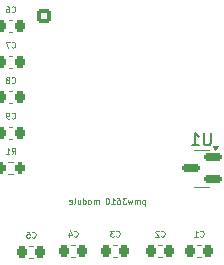
<source format=gbr>
%TF.GenerationSoftware,KiCad,Pcbnew,9.0.4*%
%TF.CreationDate,2025-09-11T01:00:25+02:00*%
%TF.ProjectId,pmw3610_xxs,706d7733-3631-4305-9f78-78732e6b6963,rev?*%
%TF.SameCoordinates,Original*%
%TF.FileFunction,Legend,Bot*%
%TF.FilePolarity,Positive*%
%FSLAX46Y46*%
G04 Gerber Fmt 4.6, Leading zero omitted, Abs format (unit mm)*
G04 Created by KiCad (PCBNEW 9.0.4) date 2025-09-11 01:00:25*
%MOMM*%
%LPD*%
G01*
G04 APERTURE LIST*
G04 Aperture macros list*
%AMRoundRect*
0 Rectangle with rounded corners*
0 $1 Rounding radius*
0 $2 $3 $4 $5 $6 $7 $8 $9 X,Y pos of 4 corners*
0 Add a 4 corners polygon primitive as box body*
4,1,4,$2,$3,$4,$5,$6,$7,$8,$9,$2,$3,0*
0 Add four circle primitives for the rounded corners*
1,1,$1+$1,$2,$3*
1,1,$1+$1,$4,$5*
1,1,$1+$1,$6,$7*
1,1,$1+$1,$8,$9*
0 Add four rect primitives between the rounded corners*
20,1,$1+$1,$2,$3,$4,$5,0*
20,1,$1+$1,$4,$5,$6,$7,0*
20,1,$1+$1,$6,$7,$8,$9,0*
20,1,$1+$1,$8,$9,$2,$3,0*%
G04 Aperture macros list end*
%ADD10C,0.100000*%
%ADD11C,0.062500*%
%ADD12C,0.150000*%
%ADD13C,0.120000*%
%ADD14RoundRect,0.187500X-0.437500X0.437500X-0.437500X-0.437500X0.437500X-0.437500X0.437500X0.437500X0*%
%ADD15O,1.250000X1.250000*%
%ADD16RoundRect,0.225000X0.225000X0.250000X-0.225000X0.250000X-0.225000X-0.250000X0.225000X-0.250000X0*%
%ADD17RoundRect,0.150000X0.587500X0.150000X-0.587500X0.150000X-0.587500X-0.150000X0.587500X-0.150000X0*%
%ADD18RoundRect,0.200000X0.200000X0.275000X-0.200000X0.275000X-0.200000X-0.275000X0.200000X-0.275000X0*%
G04 APERTURE END LIST*
D10*
X139202380Y-96700276D02*
X139202380Y-97200276D01*
X139202380Y-96724085D02*
X139154761Y-96700276D01*
X139154761Y-96700276D02*
X139059523Y-96700276D01*
X139059523Y-96700276D02*
X139011904Y-96724085D01*
X139011904Y-96724085D02*
X138988094Y-96747895D01*
X138988094Y-96747895D02*
X138964285Y-96795514D01*
X138964285Y-96795514D02*
X138964285Y-96938371D01*
X138964285Y-96938371D02*
X138988094Y-96985990D01*
X138988094Y-96985990D02*
X139011904Y-97009800D01*
X139011904Y-97009800D02*
X139059523Y-97033609D01*
X139059523Y-97033609D02*
X139154761Y-97033609D01*
X139154761Y-97033609D02*
X139202380Y-97009800D01*
X138749999Y-97033609D02*
X138749999Y-96700276D01*
X138749999Y-96747895D02*
X138726189Y-96724085D01*
X138726189Y-96724085D02*
X138678570Y-96700276D01*
X138678570Y-96700276D02*
X138607142Y-96700276D01*
X138607142Y-96700276D02*
X138559523Y-96724085D01*
X138559523Y-96724085D02*
X138535713Y-96771704D01*
X138535713Y-96771704D02*
X138535713Y-97033609D01*
X138535713Y-96771704D02*
X138511904Y-96724085D01*
X138511904Y-96724085D02*
X138464285Y-96700276D01*
X138464285Y-96700276D02*
X138392856Y-96700276D01*
X138392856Y-96700276D02*
X138345237Y-96724085D01*
X138345237Y-96724085D02*
X138321427Y-96771704D01*
X138321427Y-96771704D02*
X138321427Y-97033609D01*
X138130951Y-96700276D02*
X138035713Y-97033609D01*
X138035713Y-97033609D02*
X137940475Y-96795514D01*
X137940475Y-96795514D02*
X137845237Y-97033609D01*
X137845237Y-97033609D02*
X137749999Y-96700276D01*
X137607141Y-96533609D02*
X137297617Y-96533609D01*
X137297617Y-96533609D02*
X137464284Y-96724085D01*
X137464284Y-96724085D02*
X137392855Y-96724085D01*
X137392855Y-96724085D02*
X137345236Y-96747895D01*
X137345236Y-96747895D02*
X137321427Y-96771704D01*
X137321427Y-96771704D02*
X137297617Y-96819323D01*
X137297617Y-96819323D02*
X137297617Y-96938371D01*
X137297617Y-96938371D02*
X137321427Y-96985990D01*
X137321427Y-96985990D02*
X137345236Y-97009800D01*
X137345236Y-97009800D02*
X137392855Y-97033609D01*
X137392855Y-97033609D02*
X137535712Y-97033609D01*
X137535712Y-97033609D02*
X137583331Y-97009800D01*
X137583331Y-97009800D02*
X137607141Y-96985990D01*
X136869046Y-96533609D02*
X136964284Y-96533609D01*
X136964284Y-96533609D02*
X137011903Y-96557419D01*
X137011903Y-96557419D02*
X137035713Y-96581228D01*
X137035713Y-96581228D02*
X137083332Y-96652657D01*
X137083332Y-96652657D02*
X137107141Y-96747895D01*
X137107141Y-96747895D02*
X137107141Y-96938371D01*
X137107141Y-96938371D02*
X137083332Y-96985990D01*
X137083332Y-96985990D02*
X137059522Y-97009800D01*
X137059522Y-97009800D02*
X137011903Y-97033609D01*
X137011903Y-97033609D02*
X136916665Y-97033609D01*
X136916665Y-97033609D02*
X136869046Y-97009800D01*
X136869046Y-97009800D02*
X136845237Y-96985990D01*
X136845237Y-96985990D02*
X136821427Y-96938371D01*
X136821427Y-96938371D02*
X136821427Y-96819323D01*
X136821427Y-96819323D02*
X136845237Y-96771704D01*
X136845237Y-96771704D02*
X136869046Y-96747895D01*
X136869046Y-96747895D02*
X136916665Y-96724085D01*
X136916665Y-96724085D02*
X137011903Y-96724085D01*
X137011903Y-96724085D02*
X137059522Y-96747895D01*
X137059522Y-96747895D02*
X137083332Y-96771704D01*
X137083332Y-96771704D02*
X137107141Y-96819323D01*
X136345237Y-97033609D02*
X136630951Y-97033609D01*
X136488094Y-97033609D02*
X136488094Y-96533609D01*
X136488094Y-96533609D02*
X136535713Y-96605038D01*
X136535713Y-96605038D02*
X136583332Y-96652657D01*
X136583332Y-96652657D02*
X136630951Y-96676466D01*
X136035714Y-96533609D02*
X135988095Y-96533609D01*
X135988095Y-96533609D02*
X135940476Y-96557419D01*
X135940476Y-96557419D02*
X135916666Y-96581228D01*
X135916666Y-96581228D02*
X135892857Y-96628847D01*
X135892857Y-96628847D02*
X135869047Y-96724085D01*
X135869047Y-96724085D02*
X135869047Y-96843133D01*
X135869047Y-96843133D02*
X135892857Y-96938371D01*
X135892857Y-96938371D02*
X135916666Y-96985990D01*
X135916666Y-96985990D02*
X135940476Y-97009800D01*
X135940476Y-97009800D02*
X135988095Y-97033609D01*
X135988095Y-97033609D02*
X136035714Y-97033609D01*
X136035714Y-97033609D02*
X136083333Y-97009800D01*
X136083333Y-97009800D02*
X136107142Y-96985990D01*
X136107142Y-96985990D02*
X136130952Y-96938371D01*
X136130952Y-96938371D02*
X136154761Y-96843133D01*
X136154761Y-96843133D02*
X136154761Y-96724085D01*
X136154761Y-96724085D02*
X136130952Y-96628847D01*
X136130952Y-96628847D02*
X136107142Y-96581228D01*
X136107142Y-96581228D02*
X136083333Y-96557419D01*
X136083333Y-96557419D02*
X136035714Y-96533609D01*
X135273810Y-97033609D02*
X135273810Y-96700276D01*
X135273810Y-96747895D02*
X135250000Y-96724085D01*
X135250000Y-96724085D02*
X135202381Y-96700276D01*
X135202381Y-96700276D02*
X135130953Y-96700276D01*
X135130953Y-96700276D02*
X135083334Y-96724085D01*
X135083334Y-96724085D02*
X135059524Y-96771704D01*
X135059524Y-96771704D02*
X135059524Y-97033609D01*
X135059524Y-96771704D02*
X135035715Y-96724085D01*
X135035715Y-96724085D02*
X134988096Y-96700276D01*
X134988096Y-96700276D02*
X134916667Y-96700276D01*
X134916667Y-96700276D02*
X134869048Y-96724085D01*
X134869048Y-96724085D02*
X134845238Y-96771704D01*
X134845238Y-96771704D02*
X134845238Y-97033609D01*
X134535714Y-97033609D02*
X134583333Y-97009800D01*
X134583333Y-97009800D02*
X134607143Y-96985990D01*
X134607143Y-96985990D02*
X134630952Y-96938371D01*
X134630952Y-96938371D02*
X134630952Y-96795514D01*
X134630952Y-96795514D02*
X134607143Y-96747895D01*
X134607143Y-96747895D02*
X134583333Y-96724085D01*
X134583333Y-96724085D02*
X134535714Y-96700276D01*
X134535714Y-96700276D02*
X134464286Y-96700276D01*
X134464286Y-96700276D02*
X134416667Y-96724085D01*
X134416667Y-96724085D02*
X134392857Y-96747895D01*
X134392857Y-96747895D02*
X134369048Y-96795514D01*
X134369048Y-96795514D02*
X134369048Y-96938371D01*
X134369048Y-96938371D02*
X134392857Y-96985990D01*
X134392857Y-96985990D02*
X134416667Y-97009800D01*
X134416667Y-97009800D02*
X134464286Y-97033609D01*
X134464286Y-97033609D02*
X134535714Y-97033609D01*
X133940476Y-97033609D02*
X133940476Y-96533609D01*
X133940476Y-97009800D02*
X133988095Y-97033609D01*
X133988095Y-97033609D02*
X134083333Y-97033609D01*
X134083333Y-97033609D02*
X134130952Y-97009800D01*
X134130952Y-97009800D02*
X134154762Y-96985990D01*
X134154762Y-96985990D02*
X134178571Y-96938371D01*
X134178571Y-96938371D02*
X134178571Y-96795514D01*
X134178571Y-96795514D02*
X134154762Y-96747895D01*
X134154762Y-96747895D02*
X134130952Y-96724085D01*
X134130952Y-96724085D02*
X134083333Y-96700276D01*
X134083333Y-96700276D02*
X133988095Y-96700276D01*
X133988095Y-96700276D02*
X133940476Y-96724085D01*
X133488095Y-96700276D02*
X133488095Y-97033609D01*
X133702381Y-96700276D02*
X133702381Y-96962180D01*
X133702381Y-96962180D02*
X133678571Y-97009800D01*
X133678571Y-97009800D02*
X133630952Y-97033609D01*
X133630952Y-97033609D02*
X133559524Y-97033609D01*
X133559524Y-97033609D02*
X133511905Y-97009800D01*
X133511905Y-97009800D02*
X133488095Y-96985990D01*
X133178571Y-97033609D02*
X133226190Y-97009800D01*
X133226190Y-97009800D02*
X133250000Y-96962180D01*
X133250000Y-96962180D02*
X133250000Y-96533609D01*
X132797619Y-97009800D02*
X132845238Y-97033609D01*
X132845238Y-97033609D02*
X132940476Y-97033609D01*
X132940476Y-97033609D02*
X132988095Y-97009800D01*
X132988095Y-97009800D02*
X133011904Y-96962180D01*
X133011904Y-96962180D02*
X133011904Y-96771704D01*
X133011904Y-96771704D02*
X132988095Y-96724085D01*
X132988095Y-96724085D02*
X132940476Y-96700276D01*
X132940476Y-96700276D02*
X132845238Y-96700276D01*
X132845238Y-96700276D02*
X132797619Y-96724085D01*
X132797619Y-96724085D02*
X132773809Y-96771704D01*
X132773809Y-96771704D02*
X132773809Y-96819323D01*
X132773809Y-96819323D02*
X133011904Y-96866942D01*
D11*
X140545333Y-99750440D02*
X140569142Y-99774250D01*
X140569142Y-99774250D02*
X140640571Y-99798059D01*
X140640571Y-99798059D02*
X140688190Y-99798059D01*
X140688190Y-99798059D02*
X140759618Y-99774250D01*
X140759618Y-99774250D02*
X140807237Y-99726630D01*
X140807237Y-99726630D02*
X140831047Y-99679011D01*
X140831047Y-99679011D02*
X140854856Y-99583773D01*
X140854856Y-99583773D02*
X140854856Y-99512345D01*
X140854856Y-99512345D02*
X140831047Y-99417107D01*
X140831047Y-99417107D02*
X140807237Y-99369488D01*
X140807237Y-99369488D02*
X140759618Y-99321869D01*
X140759618Y-99321869D02*
X140688190Y-99298059D01*
X140688190Y-99298059D02*
X140640571Y-99298059D01*
X140640571Y-99298059D02*
X140569142Y-99321869D01*
X140569142Y-99321869D02*
X140545333Y-99345678D01*
X140354856Y-99345678D02*
X140331047Y-99321869D01*
X140331047Y-99321869D02*
X140283428Y-99298059D01*
X140283428Y-99298059D02*
X140164380Y-99298059D01*
X140164380Y-99298059D02*
X140116761Y-99321869D01*
X140116761Y-99321869D02*
X140092952Y-99345678D01*
X140092952Y-99345678D02*
X140069142Y-99393297D01*
X140069142Y-99393297D02*
X140069142Y-99440916D01*
X140069142Y-99440916D02*
X140092952Y-99512345D01*
X140092952Y-99512345D02*
X140378666Y-99798059D01*
X140378666Y-99798059D02*
X140069142Y-99798059D01*
X127908333Y-83750440D02*
X127932142Y-83774250D01*
X127932142Y-83774250D02*
X128003571Y-83798059D01*
X128003571Y-83798059D02*
X128051190Y-83798059D01*
X128051190Y-83798059D02*
X128122618Y-83774250D01*
X128122618Y-83774250D02*
X128170237Y-83726630D01*
X128170237Y-83726630D02*
X128194047Y-83679011D01*
X128194047Y-83679011D02*
X128217856Y-83583773D01*
X128217856Y-83583773D02*
X128217856Y-83512345D01*
X128217856Y-83512345D02*
X128194047Y-83417107D01*
X128194047Y-83417107D02*
X128170237Y-83369488D01*
X128170237Y-83369488D02*
X128122618Y-83321869D01*
X128122618Y-83321869D02*
X128051190Y-83298059D01*
X128051190Y-83298059D02*
X128003571Y-83298059D01*
X128003571Y-83298059D02*
X127932142Y-83321869D01*
X127932142Y-83321869D02*
X127908333Y-83345678D01*
X127741666Y-83298059D02*
X127408333Y-83298059D01*
X127408333Y-83298059D02*
X127622618Y-83798059D01*
X129623333Y-99842440D02*
X129647142Y-99866250D01*
X129647142Y-99866250D02*
X129718571Y-99890059D01*
X129718571Y-99890059D02*
X129766190Y-99890059D01*
X129766190Y-99890059D02*
X129837618Y-99866250D01*
X129837618Y-99866250D02*
X129885237Y-99818630D01*
X129885237Y-99818630D02*
X129909047Y-99771011D01*
X129909047Y-99771011D02*
X129932856Y-99675773D01*
X129932856Y-99675773D02*
X129932856Y-99604345D01*
X129932856Y-99604345D02*
X129909047Y-99509107D01*
X129909047Y-99509107D02*
X129885237Y-99461488D01*
X129885237Y-99461488D02*
X129837618Y-99413869D01*
X129837618Y-99413869D02*
X129766190Y-99390059D01*
X129766190Y-99390059D02*
X129718571Y-99390059D01*
X129718571Y-99390059D02*
X129647142Y-99413869D01*
X129647142Y-99413869D02*
X129623333Y-99437678D01*
X129170952Y-99390059D02*
X129409047Y-99390059D01*
X129409047Y-99390059D02*
X129432856Y-99628154D01*
X129432856Y-99628154D02*
X129409047Y-99604345D01*
X129409047Y-99604345D02*
X129361428Y-99580535D01*
X129361428Y-99580535D02*
X129242380Y-99580535D01*
X129242380Y-99580535D02*
X129194761Y-99604345D01*
X129194761Y-99604345D02*
X129170952Y-99628154D01*
X129170952Y-99628154D02*
X129147142Y-99675773D01*
X129147142Y-99675773D02*
X129147142Y-99794821D01*
X129147142Y-99794821D02*
X129170952Y-99842440D01*
X129170952Y-99842440D02*
X129194761Y-99866250D01*
X129194761Y-99866250D02*
X129242380Y-99890059D01*
X129242380Y-99890059D02*
X129361428Y-99890059D01*
X129361428Y-99890059D02*
X129409047Y-99866250D01*
X129409047Y-99866250D02*
X129432856Y-99842440D01*
X143860333Y-99750440D02*
X143884142Y-99774250D01*
X143884142Y-99774250D02*
X143955571Y-99798059D01*
X143955571Y-99798059D02*
X144003190Y-99798059D01*
X144003190Y-99798059D02*
X144074618Y-99774250D01*
X144074618Y-99774250D02*
X144122237Y-99726630D01*
X144122237Y-99726630D02*
X144146047Y-99679011D01*
X144146047Y-99679011D02*
X144169856Y-99583773D01*
X144169856Y-99583773D02*
X144169856Y-99512345D01*
X144169856Y-99512345D02*
X144146047Y-99417107D01*
X144146047Y-99417107D02*
X144122237Y-99369488D01*
X144122237Y-99369488D02*
X144074618Y-99321869D01*
X144074618Y-99321869D02*
X144003190Y-99298059D01*
X144003190Y-99298059D02*
X143955571Y-99298059D01*
X143955571Y-99298059D02*
X143884142Y-99321869D01*
X143884142Y-99321869D02*
X143860333Y-99345678D01*
X143384142Y-99798059D02*
X143669856Y-99798059D01*
X143526999Y-99798059D02*
X143526999Y-99298059D01*
X143526999Y-99298059D02*
X143574618Y-99369488D01*
X143574618Y-99369488D02*
X143622237Y-99417107D01*
X143622237Y-99417107D02*
X143669856Y-99440916D01*
X127908333Y-89750440D02*
X127932142Y-89774250D01*
X127932142Y-89774250D02*
X128003571Y-89798059D01*
X128003571Y-89798059D02*
X128051190Y-89798059D01*
X128051190Y-89798059D02*
X128122618Y-89774250D01*
X128122618Y-89774250D02*
X128170237Y-89726630D01*
X128170237Y-89726630D02*
X128194047Y-89679011D01*
X128194047Y-89679011D02*
X128217856Y-89583773D01*
X128217856Y-89583773D02*
X128217856Y-89512345D01*
X128217856Y-89512345D02*
X128194047Y-89417107D01*
X128194047Y-89417107D02*
X128170237Y-89369488D01*
X128170237Y-89369488D02*
X128122618Y-89321869D01*
X128122618Y-89321869D02*
X128051190Y-89298059D01*
X128051190Y-89298059D02*
X128003571Y-89298059D01*
X128003571Y-89298059D02*
X127932142Y-89321869D01*
X127932142Y-89321869D02*
X127908333Y-89345678D01*
X127670237Y-89798059D02*
X127574999Y-89798059D01*
X127574999Y-89798059D02*
X127527380Y-89774250D01*
X127527380Y-89774250D02*
X127503571Y-89750440D01*
X127503571Y-89750440D02*
X127455952Y-89679011D01*
X127455952Y-89679011D02*
X127432142Y-89583773D01*
X127432142Y-89583773D02*
X127432142Y-89393297D01*
X127432142Y-89393297D02*
X127455952Y-89345678D01*
X127455952Y-89345678D02*
X127479761Y-89321869D01*
X127479761Y-89321869D02*
X127527380Y-89298059D01*
X127527380Y-89298059D02*
X127622618Y-89298059D01*
X127622618Y-89298059D02*
X127670237Y-89321869D01*
X127670237Y-89321869D02*
X127694047Y-89345678D01*
X127694047Y-89345678D02*
X127717856Y-89393297D01*
X127717856Y-89393297D02*
X127717856Y-89512345D01*
X127717856Y-89512345D02*
X127694047Y-89559964D01*
X127694047Y-89559964D02*
X127670237Y-89583773D01*
X127670237Y-89583773D02*
X127622618Y-89607583D01*
X127622618Y-89607583D02*
X127527380Y-89607583D01*
X127527380Y-89607583D02*
X127479761Y-89583773D01*
X127479761Y-89583773D02*
X127455952Y-89559964D01*
X127455952Y-89559964D02*
X127432142Y-89512345D01*
D12*
X144761904Y-91054819D02*
X144761904Y-91864342D01*
X144761904Y-91864342D02*
X144714285Y-91959580D01*
X144714285Y-91959580D02*
X144666666Y-92007200D01*
X144666666Y-92007200D02*
X144571428Y-92054819D01*
X144571428Y-92054819D02*
X144380952Y-92054819D01*
X144380952Y-92054819D02*
X144285714Y-92007200D01*
X144285714Y-92007200D02*
X144238095Y-91959580D01*
X144238095Y-91959580D02*
X144190476Y-91864342D01*
X144190476Y-91864342D02*
X144190476Y-91054819D01*
X143190476Y-92054819D02*
X143761904Y-92054819D01*
X143476190Y-92054819D02*
X143476190Y-91054819D01*
X143476190Y-91054819D02*
X143571428Y-91197676D01*
X143571428Y-91197676D02*
X143666666Y-91292914D01*
X143666666Y-91292914D02*
X143761904Y-91340533D01*
D11*
X127908333Y-86750440D02*
X127932142Y-86774250D01*
X127932142Y-86774250D02*
X128003571Y-86798059D01*
X128003571Y-86798059D02*
X128051190Y-86798059D01*
X128051190Y-86798059D02*
X128122618Y-86774250D01*
X128122618Y-86774250D02*
X128170237Y-86726630D01*
X128170237Y-86726630D02*
X128194047Y-86679011D01*
X128194047Y-86679011D02*
X128217856Y-86583773D01*
X128217856Y-86583773D02*
X128217856Y-86512345D01*
X128217856Y-86512345D02*
X128194047Y-86417107D01*
X128194047Y-86417107D02*
X128170237Y-86369488D01*
X128170237Y-86369488D02*
X128122618Y-86321869D01*
X128122618Y-86321869D02*
X128051190Y-86298059D01*
X128051190Y-86298059D02*
X128003571Y-86298059D01*
X128003571Y-86298059D02*
X127932142Y-86321869D01*
X127932142Y-86321869D02*
X127908333Y-86345678D01*
X127622618Y-86512345D02*
X127670237Y-86488535D01*
X127670237Y-86488535D02*
X127694047Y-86464726D01*
X127694047Y-86464726D02*
X127717856Y-86417107D01*
X127717856Y-86417107D02*
X127717856Y-86393297D01*
X127717856Y-86393297D02*
X127694047Y-86345678D01*
X127694047Y-86345678D02*
X127670237Y-86321869D01*
X127670237Y-86321869D02*
X127622618Y-86298059D01*
X127622618Y-86298059D02*
X127527380Y-86298059D01*
X127527380Y-86298059D02*
X127479761Y-86321869D01*
X127479761Y-86321869D02*
X127455952Y-86345678D01*
X127455952Y-86345678D02*
X127432142Y-86393297D01*
X127432142Y-86393297D02*
X127432142Y-86417107D01*
X127432142Y-86417107D02*
X127455952Y-86464726D01*
X127455952Y-86464726D02*
X127479761Y-86488535D01*
X127479761Y-86488535D02*
X127527380Y-86512345D01*
X127527380Y-86512345D02*
X127622618Y-86512345D01*
X127622618Y-86512345D02*
X127670237Y-86536154D01*
X127670237Y-86536154D02*
X127694047Y-86559964D01*
X127694047Y-86559964D02*
X127717856Y-86607583D01*
X127717856Y-86607583D02*
X127717856Y-86702821D01*
X127717856Y-86702821D02*
X127694047Y-86750440D01*
X127694047Y-86750440D02*
X127670237Y-86774250D01*
X127670237Y-86774250D02*
X127622618Y-86798059D01*
X127622618Y-86798059D02*
X127527380Y-86798059D01*
X127527380Y-86798059D02*
X127479761Y-86774250D01*
X127479761Y-86774250D02*
X127455952Y-86750440D01*
X127455952Y-86750440D02*
X127432142Y-86702821D01*
X127432142Y-86702821D02*
X127432142Y-86607583D01*
X127432142Y-86607583D02*
X127455952Y-86559964D01*
X127455952Y-86559964D02*
X127479761Y-86536154D01*
X127479761Y-86536154D02*
X127527380Y-86512345D01*
X127908333Y-80750440D02*
X127932142Y-80774250D01*
X127932142Y-80774250D02*
X128003571Y-80798059D01*
X128003571Y-80798059D02*
X128051190Y-80798059D01*
X128051190Y-80798059D02*
X128122618Y-80774250D01*
X128122618Y-80774250D02*
X128170237Y-80726630D01*
X128170237Y-80726630D02*
X128194047Y-80679011D01*
X128194047Y-80679011D02*
X128217856Y-80583773D01*
X128217856Y-80583773D02*
X128217856Y-80512345D01*
X128217856Y-80512345D02*
X128194047Y-80417107D01*
X128194047Y-80417107D02*
X128170237Y-80369488D01*
X128170237Y-80369488D02*
X128122618Y-80321869D01*
X128122618Y-80321869D02*
X128051190Y-80298059D01*
X128051190Y-80298059D02*
X128003571Y-80298059D01*
X128003571Y-80298059D02*
X127932142Y-80321869D01*
X127932142Y-80321869D02*
X127908333Y-80345678D01*
X127479761Y-80298059D02*
X127574999Y-80298059D01*
X127574999Y-80298059D02*
X127622618Y-80321869D01*
X127622618Y-80321869D02*
X127646428Y-80345678D01*
X127646428Y-80345678D02*
X127694047Y-80417107D01*
X127694047Y-80417107D02*
X127717856Y-80512345D01*
X127717856Y-80512345D02*
X127717856Y-80702821D01*
X127717856Y-80702821D02*
X127694047Y-80750440D01*
X127694047Y-80750440D02*
X127670237Y-80774250D01*
X127670237Y-80774250D02*
X127622618Y-80798059D01*
X127622618Y-80798059D02*
X127527380Y-80798059D01*
X127527380Y-80798059D02*
X127479761Y-80774250D01*
X127479761Y-80774250D02*
X127455952Y-80750440D01*
X127455952Y-80750440D02*
X127432142Y-80702821D01*
X127432142Y-80702821D02*
X127432142Y-80583773D01*
X127432142Y-80583773D02*
X127455952Y-80536154D01*
X127455952Y-80536154D02*
X127479761Y-80512345D01*
X127479761Y-80512345D02*
X127527380Y-80488535D01*
X127527380Y-80488535D02*
X127622618Y-80488535D01*
X127622618Y-80488535D02*
X127670237Y-80512345D01*
X127670237Y-80512345D02*
X127694047Y-80536154D01*
X127694047Y-80536154D02*
X127717856Y-80583773D01*
X133179333Y-99750440D02*
X133203142Y-99774250D01*
X133203142Y-99774250D02*
X133274571Y-99798059D01*
X133274571Y-99798059D02*
X133322190Y-99798059D01*
X133322190Y-99798059D02*
X133393618Y-99774250D01*
X133393618Y-99774250D02*
X133441237Y-99726630D01*
X133441237Y-99726630D02*
X133465047Y-99679011D01*
X133465047Y-99679011D02*
X133488856Y-99583773D01*
X133488856Y-99583773D02*
X133488856Y-99512345D01*
X133488856Y-99512345D02*
X133465047Y-99417107D01*
X133465047Y-99417107D02*
X133441237Y-99369488D01*
X133441237Y-99369488D02*
X133393618Y-99321869D01*
X133393618Y-99321869D02*
X133322190Y-99298059D01*
X133322190Y-99298059D02*
X133274571Y-99298059D01*
X133274571Y-99298059D02*
X133203142Y-99321869D01*
X133203142Y-99321869D02*
X133179333Y-99345678D01*
X132750761Y-99464726D02*
X132750761Y-99798059D01*
X132869809Y-99274250D02*
X132988856Y-99631392D01*
X132988856Y-99631392D02*
X132679333Y-99631392D01*
X136748333Y-99750440D02*
X136772142Y-99774250D01*
X136772142Y-99774250D02*
X136843571Y-99798059D01*
X136843571Y-99798059D02*
X136891190Y-99798059D01*
X136891190Y-99798059D02*
X136962618Y-99774250D01*
X136962618Y-99774250D02*
X137010237Y-99726630D01*
X137010237Y-99726630D02*
X137034047Y-99679011D01*
X137034047Y-99679011D02*
X137057856Y-99583773D01*
X137057856Y-99583773D02*
X137057856Y-99512345D01*
X137057856Y-99512345D02*
X137034047Y-99417107D01*
X137034047Y-99417107D02*
X137010237Y-99369488D01*
X137010237Y-99369488D02*
X136962618Y-99321869D01*
X136962618Y-99321869D02*
X136891190Y-99298059D01*
X136891190Y-99298059D02*
X136843571Y-99298059D01*
X136843571Y-99298059D02*
X136772142Y-99321869D01*
X136772142Y-99321869D02*
X136748333Y-99345678D01*
X136581666Y-99298059D02*
X136272142Y-99298059D01*
X136272142Y-99298059D02*
X136438809Y-99488535D01*
X136438809Y-99488535D02*
X136367380Y-99488535D01*
X136367380Y-99488535D02*
X136319761Y-99512345D01*
X136319761Y-99512345D02*
X136295952Y-99536154D01*
X136295952Y-99536154D02*
X136272142Y-99583773D01*
X136272142Y-99583773D02*
X136272142Y-99702821D01*
X136272142Y-99702821D02*
X136295952Y-99750440D01*
X136295952Y-99750440D02*
X136319761Y-99774250D01*
X136319761Y-99774250D02*
X136367380Y-99798059D01*
X136367380Y-99798059D02*
X136510237Y-99798059D01*
X136510237Y-99798059D02*
X136557856Y-99774250D01*
X136557856Y-99774250D02*
X136581666Y-99750440D01*
X127908333Y-92798059D02*
X128074999Y-92559964D01*
X128194047Y-92798059D02*
X128194047Y-92298059D01*
X128194047Y-92298059D02*
X128003571Y-92298059D01*
X128003571Y-92298059D02*
X127955952Y-92321869D01*
X127955952Y-92321869D02*
X127932142Y-92345678D01*
X127932142Y-92345678D02*
X127908333Y-92393297D01*
X127908333Y-92393297D02*
X127908333Y-92464726D01*
X127908333Y-92464726D02*
X127932142Y-92512345D01*
X127932142Y-92512345D02*
X127955952Y-92536154D01*
X127955952Y-92536154D02*
X128003571Y-92559964D01*
X128003571Y-92559964D02*
X128194047Y-92559964D01*
X127432142Y-92798059D02*
X127717856Y-92798059D01*
X127574999Y-92798059D02*
X127574999Y-92298059D01*
X127574999Y-92298059D02*
X127622618Y-92369488D01*
X127622618Y-92369488D02*
X127670237Y-92417107D01*
X127670237Y-92417107D02*
X127717856Y-92440916D01*
D13*
%TO.C,C2*%
X140321420Y-100490000D02*
X140602580Y-100490000D01*
X140321420Y-101510000D02*
X140602580Y-101510000D01*
%TO.C,C7*%
X127684420Y-84490000D02*
X127965580Y-84490000D01*
X127684420Y-85510000D02*
X127965580Y-85510000D01*
%TO.C,C5*%
X129399420Y-100582000D02*
X129680580Y-100582000D01*
X129399420Y-101602000D02*
X129680580Y-101602000D01*
%TO.C,C1*%
X143636420Y-100490000D02*
X143917580Y-100490000D01*
X143636420Y-101510000D02*
X143917580Y-101510000D01*
%TO.C,C9*%
X127684420Y-90490000D02*
X127965580Y-90490000D01*
X127684420Y-91510000D02*
X127965580Y-91510000D01*
%TO.C,U1*%
X143350000Y-92440000D02*
X144000000Y-92440000D01*
X143350000Y-95560000D02*
X144000000Y-95560000D01*
X144650000Y-92440000D02*
X144000000Y-92440000D01*
X144650000Y-95560000D02*
X144000000Y-95560000D01*
X145162500Y-92490000D02*
X144922500Y-92160000D01*
X145402500Y-92160000D01*
X145162500Y-92490000D01*
G36*
X145162500Y-92490000D02*
G01*
X144922500Y-92160000D01*
X145402500Y-92160000D01*
X145162500Y-92490000D01*
G37*
%TO.C,C8*%
X127684420Y-87490000D02*
X127965580Y-87490000D01*
X127684420Y-88510000D02*
X127965580Y-88510000D01*
%TO.C,C6*%
X127684420Y-81490000D02*
X127965580Y-81490000D01*
X127684420Y-82510000D02*
X127965580Y-82510000D01*
%TO.C,C4*%
X132955420Y-100490000D02*
X133236580Y-100490000D01*
X132955420Y-101510000D02*
X133236580Y-101510000D01*
%TO.C,C3*%
X136524420Y-100490000D02*
X136805580Y-100490000D01*
X136524420Y-101510000D02*
X136805580Y-101510000D01*
%TO.C,R1*%
X127587742Y-93477500D02*
X128062258Y-93477500D01*
X127587742Y-94522500D02*
X128062258Y-94522500D01*
%TD*%
%LPC*%
D14*
%TO.C,U2*%
X130650000Y-81100000D03*
D15*
X130650000Y-82880000D03*
X130650000Y-84660000D03*
X130650000Y-86440000D03*
X130650000Y-88220000D03*
X130650000Y-90000000D03*
X130650000Y-91780000D03*
X130650000Y-93560000D03*
X141350000Y-94450000D03*
X141350000Y-92670000D03*
X141350000Y-90890000D03*
X141350000Y-89110000D03*
X141350000Y-87330000D03*
X141350000Y-85550000D03*
X141350000Y-83770000D03*
X141350000Y-81990000D03*
%TD*%
D16*
%TO.C,C2*%
X141237000Y-101000000D03*
X139687000Y-101000000D03*
%TD*%
%TO.C,C7*%
X128600000Y-85000000D03*
X127050000Y-85000000D03*
%TD*%
%TO.C,C5*%
X130315000Y-101092000D03*
X128765000Y-101092000D03*
%TD*%
%TO.C,C1*%
X144552000Y-101000000D03*
X143002000Y-101000000D03*
%TD*%
%TO.C,C9*%
X128600000Y-91000000D03*
X127050000Y-91000000D03*
%TD*%
D17*
%TO.C,U1*%
X144937500Y-93050000D03*
X144937500Y-94950000D03*
X143062500Y-94000000D03*
%TD*%
D16*
%TO.C,C8*%
X128600000Y-88000000D03*
X127050000Y-88000000D03*
%TD*%
%TO.C,C6*%
X128600000Y-82000000D03*
X127050000Y-82000000D03*
%TD*%
%TO.C,C4*%
X133871000Y-101000000D03*
X132321000Y-101000000D03*
%TD*%
%TO.C,C3*%
X137440000Y-101000000D03*
X135890000Y-101000000D03*
%TD*%
D18*
%TO.C,R1*%
X128650000Y-94000000D03*
X127000000Y-94000000D03*
%TD*%
%LPD*%
M02*

</source>
